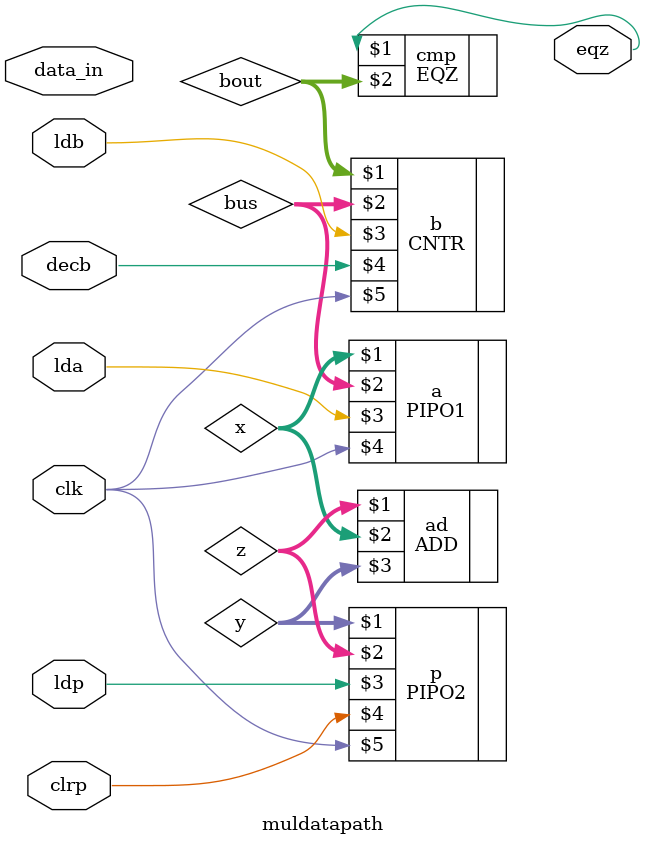
<source format=v>
`timescale 1ns / 1ps
module muldatapath(eqz,lda,ldb,ldp,clrp,decb,data_in,clk);
    input lda;
    input ldb;
    input ldp;
    input clrp;
    input decb;
	 input clk;
    input [15:0] data_in;
    output eqz;
	 wire [15:0] x,y,z,bout,bus;
	 PIPO1 a (x,bus,lda,clk);
	 PIPO2 p (y,z,ldp,clrp,clk);
	 CNTR  b(bout,bus,ldb,decb,clk);
	 ADD ad(z,x,y);
	EQZ cmp(eqz,bout);
	
    


endmodule

</source>
